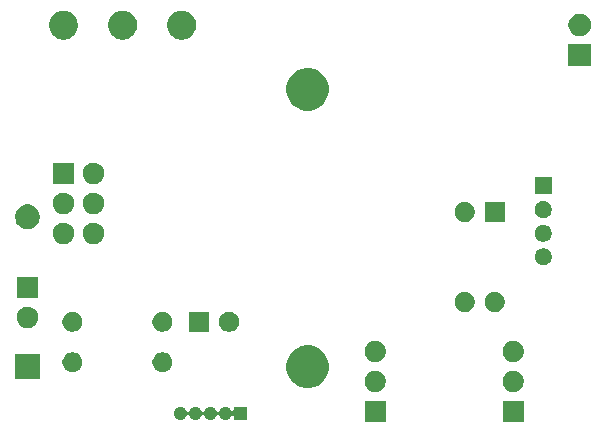
<source format=gbr>
G04 #@! TF.GenerationSoftware,KiCad,Pcbnew,5.1.5-1.fc31*
G04 #@! TF.CreationDate,2020-02-11T17:57:21+01:00*
G04 #@! TF.ProjectId,mimu3000,6d696d75-3330-4303-902e-6b696361645f,rev?*
G04 #@! TF.SameCoordinates,Original*
G04 #@! TF.FileFunction,Soldermask,Bot*
G04 #@! TF.FilePolarity,Negative*
%FSLAX46Y46*%
G04 Gerber Fmt 4.6, Leading zero omitted, Abs format (unit mm)*
G04 Created by KiCad (PCBNEW 5.1.5-1.fc31) date 2020-02-11 17:57:21*
%MOMM*%
%LPD*%
G04 APERTURE LIST*
%ADD10C,0.100000*%
G04 APERTURE END LIST*
D10*
G36*
X209666000Y-124699000D02*
G01*
X207864000Y-124699000D01*
X207864000Y-122897000D01*
X209666000Y-122897000D01*
X209666000Y-124699000D01*
G37*
G36*
X197982000Y-124699000D02*
G01*
X196180000Y-124699000D01*
X196180000Y-122897000D01*
X197982000Y-122897000D01*
X197982000Y-124699000D01*
G37*
G36*
X180754721Y-123422174D02*
G01*
X180854995Y-123463709D01*
X180854996Y-123463710D01*
X180945242Y-123524010D01*
X181021990Y-123600758D01*
X181021991Y-123600760D01*
X181082291Y-123691005D01*
X181113516Y-123766389D01*
X181125067Y-123788000D01*
X181140612Y-123806941D01*
X181159554Y-123822487D01*
X181181165Y-123834038D01*
X181204614Y-123841151D01*
X181229000Y-123843553D01*
X181253386Y-123841151D01*
X181276835Y-123834038D01*
X181298446Y-123822487D01*
X181317387Y-123806942D01*
X181332933Y-123788000D01*
X181344484Y-123766389D01*
X181375709Y-123691005D01*
X181436009Y-123600760D01*
X181436010Y-123600758D01*
X181512758Y-123524010D01*
X181603004Y-123463710D01*
X181603005Y-123463709D01*
X181703279Y-123422174D01*
X181809730Y-123401000D01*
X181918270Y-123401000D01*
X182024721Y-123422174D01*
X182124995Y-123463709D01*
X182124996Y-123463710D01*
X182215242Y-123524010D01*
X182291990Y-123600758D01*
X182291991Y-123600760D01*
X182352291Y-123691005D01*
X182383516Y-123766389D01*
X182395067Y-123788000D01*
X182410612Y-123806941D01*
X182429554Y-123822487D01*
X182451165Y-123834038D01*
X182474614Y-123841151D01*
X182499000Y-123843553D01*
X182523386Y-123841151D01*
X182546835Y-123834038D01*
X182568446Y-123822487D01*
X182587387Y-123806942D01*
X182602933Y-123788000D01*
X182614484Y-123766389D01*
X182645709Y-123691005D01*
X182706009Y-123600760D01*
X182706010Y-123600758D01*
X182782758Y-123524010D01*
X182873004Y-123463710D01*
X182873005Y-123463709D01*
X182973279Y-123422174D01*
X183079730Y-123401000D01*
X183188270Y-123401000D01*
X183294721Y-123422174D01*
X183394995Y-123463709D01*
X183394996Y-123463710D01*
X183485242Y-123524010D01*
X183561990Y-123600758D01*
X183561991Y-123600760D01*
X183622291Y-123691005D01*
X183653516Y-123766389D01*
X183665067Y-123788000D01*
X183680612Y-123806941D01*
X183699554Y-123822487D01*
X183721165Y-123834038D01*
X183744614Y-123841151D01*
X183769000Y-123843553D01*
X183793386Y-123841151D01*
X183816835Y-123834038D01*
X183838446Y-123822487D01*
X183857387Y-123806942D01*
X183872933Y-123788000D01*
X183884484Y-123766389D01*
X183915709Y-123691005D01*
X183976009Y-123600760D01*
X183976010Y-123600758D01*
X184052758Y-123524010D01*
X184143004Y-123463710D01*
X184143005Y-123463709D01*
X184243279Y-123422174D01*
X184349730Y-123401000D01*
X184458270Y-123401000D01*
X184564721Y-123422174D01*
X184664995Y-123463709D01*
X184664996Y-123463710D01*
X184755242Y-123524010D01*
X184831990Y-123600758D01*
X184831991Y-123600760D01*
X184894068Y-123693664D01*
X184909614Y-123712606D01*
X184928556Y-123728151D01*
X184950167Y-123739702D01*
X184973615Y-123746815D01*
X184998002Y-123749217D01*
X185022388Y-123746815D01*
X185045837Y-123739702D01*
X185067447Y-123728151D01*
X185086389Y-123712605D01*
X185101934Y-123693663D01*
X185113485Y-123672052D01*
X185120598Y-123648604D01*
X185123000Y-123624218D01*
X185123000Y-123401000D01*
X186225000Y-123401000D01*
X186225000Y-124503000D01*
X185123000Y-124503000D01*
X185123000Y-124279782D01*
X185120598Y-124255396D01*
X185113485Y-124231947D01*
X185101934Y-124210336D01*
X185086389Y-124191394D01*
X185067447Y-124175849D01*
X185045836Y-124164298D01*
X185022387Y-124157185D01*
X184998001Y-124154783D01*
X184973615Y-124157185D01*
X184950166Y-124164298D01*
X184928555Y-124175849D01*
X184909613Y-124191394D01*
X184894068Y-124210336D01*
X184852988Y-124271816D01*
X184831990Y-124303242D01*
X184755242Y-124379990D01*
X184709812Y-124410345D01*
X184664995Y-124440291D01*
X184564721Y-124481826D01*
X184458270Y-124503000D01*
X184349730Y-124503000D01*
X184243279Y-124481826D01*
X184143005Y-124440291D01*
X184098188Y-124410345D01*
X184052758Y-124379990D01*
X183976010Y-124303242D01*
X183944041Y-124255396D01*
X183915709Y-124212995D01*
X183884484Y-124137611D01*
X183872933Y-124116000D01*
X183857388Y-124097059D01*
X183838446Y-124081513D01*
X183816835Y-124069962D01*
X183793386Y-124062849D01*
X183769000Y-124060447D01*
X183744614Y-124062849D01*
X183721165Y-124069962D01*
X183699554Y-124081513D01*
X183680613Y-124097058D01*
X183665067Y-124116000D01*
X183653516Y-124137611D01*
X183622291Y-124212995D01*
X183593959Y-124255396D01*
X183561990Y-124303242D01*
X183485242Y-124379990D01*
X183439812Y-124410345D01*
X183394995Y-124440291D01*
X183294721Y-124481826D01*
X183188270Y-124503000D01*
X183079730Y-124503000D01*
X182973279Y-124481826D01*
X182873005Y-124440291D01*
X182828188Y-124410345D01*
X182782758Y-124379990D01*
X182706010Y-124303242D01*
X182674041Y-124255396D01*
X182645709Y-124212995D01*
X182614484Y-124137611D01*
X182602933Y-124116000D01*
X182587388Y-124097059D01*
X182568446Y-124081513D01*
X182546835Y-124069962D01*
X182523386Y-124062849D01*
X182499000Y-124060447D01*
X182474614Y-124062849D01*
X182451165Y-124069962D01*
X182429554Y-124081513D01*
X182410613Y-124097058D01*
X182395067Y-124116000D01*
X182383516Y-124137611D01*
X182352291Y-124212995D01*
X182323959Y-124255396D01*
X182291990Y-124303242D01*
X182215242Y-124379990D01*
X182169812Y-124410345D01*
X182124995Y-124440291D01*
X182024721Y-124481826D01*
X181918270Y-124503000D01*
X181809730Y-124503000D01*
X181703279Y-124481826D01*
X181603005Y-124440291D01*
X181558188Y-124410345D01*
X181512758Y-124379990D01*
X181436010Y-124303242D01*
X181404041Y-124255396D01*
X181375709Y-124212995D01*
X181344484Y-124137611D01*
X181332933Y-124116000D01*
X181317388Y-124097059D01*
X181298446Y-124081513D01*
X181276835Y-124069962D01*
X181253386Y-124062849D01*
X181229000Y-124060447D01*
X181204614Y-124062849D01*
X181181165Y-124069962D01*
X181159554Y-124081513D01*
X181140613Y-124097058D01*
X181125067Y-124116000D01*
X181113516Y-124137611D01*
X181082291Y-124212995D01*
X181053959Y-124255396D01*
X181021990Y-124303242D01*
X180945242Y-124379990D01*
X180899812Y-124410345D01*
X180854995Y-124440291D01*
X180754721Y-124481826D01*
X180648270Y-124503000D01*
X180539730Y-124503000D01*
X180433279Y-124481826D01*
X180333005Y-124440291D01*
X180288188Y-124410345D01*
X180242758Y-124379990D01*
X180166010Y-124303242D01*
X180134041Y-124255396D01*
X180105709Y-124212995D01*
X180064174Y-124112721D01*
X180043000Y-124006270D01*
X180043000Y-123897730D01*
X180064174Y-123791279D01*
X180105709Y-123691005D01*
X180166009Y-123600760D01*
X180166010Y-123600758D01*
X180242758Y-123524010D01*
X180333004Y-123463710D01*
X180333005Y-123463709D01*
X180433279Y-123422174D01*
X180539730Y-123401000D01*
X180648270Y-123401000D01*
X180754721Y-123422174D01*
G37*
G36*
X197194512Y-120361927D02*
G01*
X197343812Y-120391624D01*
X197507784Y-120459544D01*
X197655354Y-120558147D01*
X197780853Y-120683646D01*
X197879456Y-120831216D01*
X197947376Y-120995188D01*
X197982000Y-121169259D01*
X197982000Y-121346741D01*
X197947376Y-121520812D01*
X197879456Y-121684784D01*
X197780853Y-121832354D01*
X197655354Y-121957853D01*
X197507784Y-122056456D01*
X197343812Y-122124376D01*
X197194512Y-122154073D01*
X197169742Y-122159000D01*
X196992258Y-122159000D01*
X196967488Y-122154073D01*
X196818188Y-122124376D01*
X196654216Y-122056456D01*
X196506646Y-121957853D01*
X196381147Y-121832354D01*
X196282544Y-121684784D01*
X196214624Y-121520812D01*
X196180000Y-121346741D01*
X196180000Y-121169259D01*
X196214624Y-120995188D01*
X196282544Y-120831216D01*
X196381147Y-120683646D01*
X196506646Y-120558147D01*
X196654216Y-120459544D01*
X196818188Y-120391624D01*
X196967488Y-120361927D01*
X196992258Y-120357000D01*
X197169742Y-120357000D01*
X197194512Y-120361927D01*
G37*
G36*
X208878512Y-120361927D02*
G01*
X209027812Y-120391624D01*
X209191784Y-120459544D01*
X209339354Y-120558147D01*
X209464853Y-120683646D01*
X209563456Y-120831216D01*
X209631376Y-120995188D01*
X209666000Y-121169259D01*
X209666000Y-121346741D01*
X209631376Y-121520812D01*
X209563456Y-121684784D01*
X209464853Y-121832354D01*
X209339354Y-121957853D01*
X209191784Y-122056456D01*
X209027812Y-122124376D01*
X208878512Y-122154073D01*
X208853742Y-122159000D01*
X208676258Y-122159000D01*
X208651488Y-122154073D01*
X208502188Y-122124376D01*
X208338216Y-122056456D01*
X208190646Y-121957853D01*
X208065147Y-121832354D01*
X207966544Y-121684784D01*
X207898624Y-121520812D01*
X207864000Y-121346741D01*
X207864000Y-121169259D01*
X207898624Y-120995188D01*
X207966544Y-120831216D01*
X208065147Y-120683646D01*
X208190646Y-120558147D01*
X208338216Y-120459544D01*
X208502188Y-120391624D01*
X208651488Y-120361927D01*
X208676258Y-120357000D01*
X208853742Y-120357000D01*
X208878512Y-120361927D01*
G37*
G36*
X191888931Y-118283211D02*
G01*
X192216692Y-118418974D01*
X192511670Y-118616072D01*
X192762528Y-118866930D01*
X192959626Y-119161908D01*
X193095389Y-119489669D01*
X193164600Y-119837616D01*
X193164600Y-120192384D01*
X193095389Y-120540331D01*
X192959626Y-120868092D01*
X192762528Y-121163070D01*
X192511670Y-121413928D01*
X192216692Y-121611026D01*
X191888931Y-121746789D01*
X191540984Y-121816000D01*
X191186216Y-121816000D01*
X190838269Y-121746789D01*
X190510508Y-121611026D01*
X190215530Y-121413928D01*
X189964672Y-121163070D01*
X189767574Y-120868092D01*
X189631811Y-120540331D01*
X189562600Y-120192384D01*
X189562600Y-119837616D01*
X189631811Y-119489669D01*
X189767574Y-119161908D01*
X189964672Y-118866930D01*
X190215530Y-118616072D01*
X190510508Y-118418974D01*
X190838269Y-118283211D01*
X191186216Y-118214000D01*
X191540984Y-118214000D01*
X191888931Y-118283211D01*
G37*
G36*
X168691000Y-121066000D02*
G01*
X166589000Y-121066000D01*
X166589000Y-118964000D01*
X168691000Y-118964000D01*
X168691000Y-121066000D01*
G37*
G36*
X171698228Y-118815703D02*
G01*
X171853100Y-118879853D01*
X171992481Y-118972985D01*
X172111015Y-119091519D01*
X172204147Y-119230900D01*
X172268297Y-119385772D01*
X172301000Y-119550184D01*
X172301000Y-119717816D01*
X172268297Y-119882228D01*
X172204147Y-120037100D01*
X172111015Y-120176481D01*
X171992481Y-120295015D01*
X171853100Y-120388147D01*
X171698228Y-120452297D01*
X171533816Y-120485000D01*
X171366184Y-120485000D01*
X171201772Y-120452297D01*
X171046900Y-120388147D01*
X170907519Y-120295015D01*
X170788985Y-120176481D01*
X170695853Y-120037100D01*
X170631703Y-119882228D01*
X170599000Y-119717816D01*
X170599000Y-119550184D01*
X170631703Y-119385772D01*
X170695853Y-119230900D01*
X170788985Y-119091519D01*
X170907519Y-118972985D01*
X171046900Y-118879853D01*
X171201772Y-118815703D01*
X171366184Y-118783000D01*
X171533816Y-118783000D01*
X171698228Y-118815703D01*
G37*
G36*
X179318228Y-118815703D02*
G01*
X179473100Y-118879853D01*
X179612481Y-118972985D01*
X179731015Y-119091519D01*
X179824147Y-119230900D01*
X179888297Y-119385772D01*
X179921000Y-119550184D01*
X179921000Y-119717816D01*
X179888297Y-119882228D01*
X179824147Y-120037100D01*
X179731015Y-120176481D01*
X179612481Y-120295015D01*
X179473100Y-120388147D01*
X179318228Y-120452297D01*
X179153816Y-120485000D01*
X178986184Y-120485000D01*
X178821772Y-120452297D01*
X178666900Y-120388147D01*
X178527519Y-120295015D01*
X178408985Y-120176481D01*
X178315853Y-120037100D01*
X178251703Y-119882228D01*
X178219000Y-119717816D01*
X178219000Y-119550184D01*
X178251703Y-119385772D01*
X178315853Y-119230900D01*
X178408985Y-119091519D01*
X178527519Y-118972985D01*
X178666900Y-118879853D01*
X178821772Y-118815703D01*
X178986184Y-118783000D01*
X179153816Y-118783000D01*
X179318228Y-118815703D01*
G37*
G36*
X197194512Y-117821927D02*
G01*
X197343812Y-117851624D01*
X197507784Y-117919544D01*
X197655354Y-118018147D01*
X197780853Y-118143646D01*
X197879456Y-118291216D01*
X197947376Y-118455188D01*
X197977073Y-118604488D01*
X197982000Y-118629258D01*
X197982000Y-118806742D01*
X197980217Y-118815705D01*
X197947376Y-118980812D01*
X197879456Y-119144784D01*
X197780853Y-119292354D01*
X197655354Y-119417853D01*
X197507784Y-119516456D01*
X197343812Y-119584376D01*
X197194512Y-119614073D01*
X197169742Y-119619000D01*
X196992258Y-119619000D01*
X196967488Y-119614073D01*
X196818188Y-119584376D01*
X196654216Y-119516456D01*
X196506646Y-119417853D01*
X196381147Y-119292354D01*
X196282544Y-119144784D01*
X196214624Y-118980812D01*
X196181783Y-118815705D01*
X196180000Y-118806742D01*
X196180000Y-118629258D01*
X196184927Y-118604488D01*
X196214624Y-118455188D01*
X196282544Y-118291216D01*
X196381147Y-118143646D01*
X196506646Y-118018147D01*
X196654216Y-117919544D01*
X196818188Y-117851624D01*
X196967488Y-117821927D01*
X196992258Y-117817000D01*
X197169742Y-117817000D01*
X197194512Y-117821927D01*
G37*
G36*
X208878512Y-117821927D02*
G01*
X209027812Y-117851624D01*
X209191784Y-117919544D01*
X209339354Y-118018147D01*
X209464853Y-118143646D01*
X209563456Y-118291216D01*
X209631376Y-118455188D01*
X209661073Y-118604488D01*
X209666000Y-118629258D01*
X209666000Y-118806742D01*
X209664217Y-118815705D01*
X209631376Y-118980812D01*
X209563456Y-119144784D01*
X209464853Y-119292354D01*
X209339354Y-119417853D01*
X209191784Y-119516456D01*
X209027812Y-119584376D01*
X208878512Y-119614073D01*
X208853742Y-119619000D01*
X208676258Y-119619000D01*
X208651488Y-119614073D01*
X208502188Y-119584376D01*
X208338216Y-119516456D01*
X208190646Y-119417853D01*
X208065147Y-119292354D01*
X207966544Y-119144784D01*
X207898624Y-118980812D01*
X207865783Y-118815705D01*
X207864000Y-118806742D01*
X207864000Y-118629258D01*
X207868927Y-118604488D01*
X207898624Y-118455188D01*
X207966544Y-118291216D01*
X208065147Y-118143646D01*
X208190646Y-118018147D01*
X208338216Y-117919544D01*
X208502188Y-117851624D01*
X208651488Y-117821927D01*
X208676258Y-117817000D01*
X208853742Y-117817000D01*
X208878512Y-117821927D01*
G37*
G36*
X179318228Y-115386703D02*
G01*
X179473100Y-115450853D01*
X179612481Y-115543985D01*
X179731015Y-115662519D01*
X179824147Y-115801900D01*
X179888297Y-115956772D01*
X179921000Y-116121184D01*
X179921000Y-116288816D01*
X179888297Y-116453228D01*
X179824147Y-116608100D01*
X179731015Y-116747481D01*
X179612481Y-116866015D01*
X179473100Y-116959147D01*
X179318228Y-117023297D01*
X179153816Y-117056000D01*
X178986184Y-117056000D01*
X178821772Y-117023297D01*
X178666900Y-116959147D01*
X178527519Y-116866015D01*
X178408985Y-116747481D01*
X178315853Y-116608100D01*
X178251703Y-116453228D01*
X178219000Y-116288816D01*
X178219000Y-116121184D01*
X178251703Y-115956772D01*
X178315853Y-115801900D01*
X178408985Y-115662519D01*
X178527519Y-115543985D01*
X178666900Y-115450853D01*
X178821772Y-115386703D01*
X178986184Y-115354000D01*
X179153816Y-115354000D01*
X179318228Y-115386703D01*
G37*
G36*
X171698228Y-115386703D02*
G01*
X171853100Y-115450853D01*
X171992481Y-115543985D01*
X172111015Y-115662519D01*
X172204147Y-115801900D01*
X172268297Y-115956772D01*
X172301000Y-116121184D01*
X172301000Y-116288816D01*
X172268297Y-116453228D01*
X172204147Y-116608100D01*
X172111015Y-116747481D01*
X171992481Y-116866015D01*
X171853100Y-116959147D01*
X171698228Y-117023297D01*
X171533816Y-117056000D01*
X171366184Y-117056000D01*
X171201772Y-117023297D01*
X171046900Y-116959147D01*
X170907519Y-116866015D01*
X170788985Y-116747481D01*
X170695853Y-116608100D01*
X170631703Y-116453228D01*
X170599000Y-116288816D01*
X170599000Y-116121184D01*
X170631703Y-115956772D01*
X170695853Y-115801900D01*
X170788985Y-115662519D01*
X170907519Y-115543985D01*
X171046900Y-115450853D01*
X171201772Y-115386703D01*
X171366184Y-115354000D01*
X171533816Y-115354000D01*
X171698228Y-115386703D01*
G37*
G36*
X184948228Y-115381703D02*
G01*
X185103100Y-115445853D01*
X185242481Y-115538985D01*
X185361015Y-115657519D01*
X185454147Y-115796900D01*
X185518297Y-115951772D01*
X185551000Y-116116184D01*
X185551000Y-116283816D01*
X185518297Y-116448228D01*
X185454147Y-116603100D01*
X185361015Y-116742481D01*
X185242481Y-116861015D01*
X185103100Y-116954147D01*
X184948228Y-117018297D01*
X184783816Y-117051000D01*
X184616184Y-117051000D01*
X184451772Y-117018297D01*
X184296900Y-116954147D01*
X184157519Y-116861015D01*
X184038985Y-116742481D01*
X183945853Y-116603100D01*
X183881703Y-116448228D01*
X183849000Y-116283816D01*
X183849000Y-116116184D01*
X183881703Y-115951772D01*
X183945853Y-115796900D01*
X184038985Y-115657519D01*
X184157519Y-115538985D01*
X184296900Y-115445853D01*
X184451772Y-115381703D01*
X184616184Y-115349000D01*
X184783816Y-115349000D01*
X184948228Y-115381703D01*
G37*
G36*
X183051000Y-117051000D02*
G01*
X181349000Y-117051000D01*
X181349000Y-115349000D01*
X183051000Y-115349000D01*
X183051000Y-117051000D01*
G37*
G36*
X167753512Y-114927927D02*
G01*
X167902812Y-114957624D01*
X168066784Y-115025544D01*
X168214354Y-115124147D01*
X168339853Y-115249646D01*
X168438456Y-115397216D01*
X168506376Y-115561188D01*
X168541000Y-115735259D01*
X168541000Y-115912741D01*
X168506376Y-116086812D01*
X168438456Y-116250784D01*
X168339853Y-116398354D01*
X168214354Y-116523853D01*
X168066784Y-116622456D01*
X167902812Y-116690376D01*
X167753512Y-116720073D01*
X167728742Y-116725000D01*
X167551258Y-116725000D01*
X167526488Y-116720073D01*
X167377188Y-116690376D01*
X167213216Y-116622456D01*
X167065646Y-116523853D01*
X166940147Y-116398354D01*
X166841544Y-116250784D01*
X166773624Y-116086812D01*
X166739000Y-115912741D01*
X166739000Y-115735259D01*
X166773624Y-115561188D01*
X166841544Y-115397216D01*
X166940147Y-115249646D01*
X167065646Y-115124147D01*
X167213216Y-115025544D01*
X167377188Y-114957624D01*
X167526488Y-114927927D01*
X167551258Y-114923000D01*
X167728742Y-114923000D01*
X167753512Y-114927927D01*
G37*
G36*
X204908228Y-113701703D02*
G01*
X205063100Y-113765853D01*
X205202481Y-113858985D01*
X205321015Y-113977519D01*
X205414147Y-114116900D01*
X205478297Y-114271772D01*
X205511000Y-114436184D01*
X205511000Y-114603816D01*
X205478297Y-114768228D01*
X205414147Y-114923100D01*
X205321015Y-115062481D01*
X205202481Y-115181015D01*
X205063100Y-115274147D01*
X204908228Y-115338297D01*
X204743816Y-115371000D01*
X204576184Y-115371000D01*
X204411772Y-115338297D01*
X204256900Y-115274147D01*
X204117519Y-115181015D01*
X203998985Y-115062481D01*
X203905853Y-114923100D01*
X203841703Y-114768228D01*
X203809000Y-114603816D01*
X203809000Y-114436184D01*
X203841703Y-114271772D01*
X203905853Y-114116900D01*
X203998985Y-113977519D01*
X204117519Y-113858985D01*
X204256900Y-113765853D01*
X204411772Y-113701703D01*
X204576184Y-113669000D01*
X204743816Y-113669000D01*
X204908228Y-113701703D01*
G37*
G36*
X207448228Y-113701703D02*
G01*
X207603100Y-113765853D01*
X207742481Y-113858985D01*
X207861015Y-113977519D01*
X207954147Y-114116900D01*
X208018297Y-114271772D01*
X208051000Y-114436184D01*
X208051000Y-114603816D01*
X208018297Y-114768228D01*
X207954147Y-114923100D01*
X207861015Y-115062481D01*
X207742481Y-115181015D01*
X207603100Y-115274147D01*
X207448228Y-115338297D01*
X207283816Y-115371000D01*
X207116184Y-115371000D01*
X206951772Y-115338297D01*
X206796900Y-115274147D01*
X206657519Y-115181015D01*
X206538985Y-115062481D01*
X206445853Y-114923100D01*
X206381703Y-114768228D01*
X206349000Y-114603816D01*
X206349000Y-114436184D01*
X206381703Y-114271772D01*
X206445853Y-114116900D01*
X206538985Y-113977519D01*
X206657519Y-113858985D01*
X206796900Y-113765853D01*
X206951772Y-113701703D01*
X207116184Y-113669000D01*
X207283816Y-113669000D01*
X207448228Y-113701703D01*
G37*
G36*
X168541000Y-114185000D02*
G01*
X166739000Y-114185000D01*
X166739000Y-112383000D01*
X168541000Y-112383000D01*
X168541000Y-114185000D01*
G37*
G36*
X211511766Y-110001899D02*
G01*
X211643888Y-110056626D01*
X211643890Y-110056627D01*
X211762798Y-110136079D01*
X211863921Y-110237202D01*
X211863922Y-110237204D01*
X211943374Y-110356112D01*
X211998101Y-110488234D01*
X212026000Y-110628494D01*
X212026000Y-110771506D01*
X211998101Y-110911766D01*
X211943374Y-111043888D01*
X211943373Y-111043890D01*
X211863921Y-111162798D01*
X211762798Y-111263921D01*
X211643890Y-111343373D01*
X211643889Y-111343374D01*
X211643888Y-111343374D01*
X211511766Y-111398101D01*
X211371506Y-111426000D01*
X211228494Y-111426000D01*
X211088234Y-111398101D01*
X210956112Y-111343374D01*
X210956111Y-111343374D01*
X210956110Y-111343373D01*
X210837202Y-111263921D01*
X210736079Y-111162798D01*
X210656627Y-111043890D01*
X210656626Y-111043888D01*
X210601899Y-110911766D01*
X210574000Y-110771506D01*
X210574000Y-110628494D01*
X210601899Y-110488234D01*
X210656626Y-110356112D01*
X210736078Y-110237204D01*
X210736079Y-110237202D01*
X210837202Y-110136079D01*
X210956110Y-110056627D01*
X210956112Y-110056626D01*
X211088234Y-110001899D01*
X211228494Y-109974000D01*
X211371506Y-109974000D01*
X211511766Y-110001899D01*
G37*
G36*
X173341512Y-107815927D02*
G01*
X173490812Y-107845624D01*
X173654784Y-107913544D01*
X173802354Y-108012147D01*
X173927853Y-108137646D01*
X174026456Y-108285216D01*
X174094376Y-108449188D01*
X174129000Y-108623259D01*
X174129000Y-108800741D01*
X174094376Y-108974812D01*
X174026456Y-109138784D01*
X173927853Y-109286354D01*
X173802354Y-109411853D01*
X173654784Y-109510456D01*
X173490812Y-109578376D01*
X173341512Y-109608073D01*
X173316742Y-109613000D01*
X173139258Y-109613000D01*
X173114488Y-109608073D01*
X172965188Y-109578376D01*
X172801216Y-109510456D01*
X172653646Y-109411853D01*
X172528147Y-109286354D01*
X172429544Y-109138784D01*
X172361624Y-108974812D01*
X172327000Y-108800741D01*
X172327000Y-108623259D01*
X172361624Y-108449188D01*
X172429544Y-108285216D01*
X172528147Y-108137646D01*
X172653646Y-108012147D01*
X172801216Y-107913544D01*
X172965188Y-107845624D01*
X173114488Y-107815927D01*
X173139258Y-107811000D01*
X173316742Y-107811000D01*
X173341512Y-107815927D01*
G37*
G36*
X170801512Y-107815927D02*
G01*
X170950812Y-107845624D01*
X171114784Y-107913544D01*
X171262354Y-108012147D01*
X171387853Y-108137646D01*
X171486456Y-108285216D01*
X171554376Y-108449188D01*
X171589000Y-108623259D01*
X171589000Y-108800741D01*
X171554376Y-108974812D01*
X171486456Y-109138784D01*
X171387853Y-109286354D01*
X171262354Y-109411853D01*
X171114784Y-109510456D01*
X170950812Y-109578376D01*
X170801512Y-109608073D01*
X170776742Y-109613000D01*
X170599258Y-109613000D01*
X170574488Y-109608073D01*
X170425188Y-109578376D01*
X170261216Y-109510456D01*
X170113646Y-109411853D01*
X169988147Y-109286354D01*
X169889544Y-109138784D01*
X169821624Y-108974812D01*
X169787000Y-108800741D01*
X169787000Y-108623259D01*
X169821624Y-108449188D01*
X169889544Y-108285216D01*
X169988147Y-108137646D01*
X170113646Y-108012147D01*
X170261216Y-107913544D01*
X170425188Y-107845624D01*
X170574488Y-107815927D01*
X170599258Y-107811000D01*
X170776742Y-107811000D01*
X170801512Y-107815927D01*
G37*
G36*
X211511766Y-108001899D02*
G01*
X211643888Y-108056626D01*
X211643890Y-108056627D01*
X211762798Y-108136079D01*
X211863921Y-108237202D01*
X211863922Y-108237204D01*
X211943374Y-108356112D01*
X211998101Y-108488234D01*
X212026000Y-108628494D01*
X212026000Y-108771506D01*
X211998101Y-108911766D01*
X211971986Y-108974812D01*
X211943373Y-109043890D01*
X211863921Y-109162798D01*
X211762798Y-109263921D01*
X211643890Y-109343373D01*
X211643889Y-109343374D01*
X211643888Y-109343374D01*
X211511766Y-109398101D01*
X211371506Y-109426000D01*
X211228494Y-109426000D01*
X211088234Y-109398101D01*
X210956112Y-109343374D01*
X210956111Y-109343374D01*
X210956110Y-109343373D01*
X210837202Y-109263921D01*
X210736079Y-109162798D01*
X210656627Y-109043890D01*
X210628014Y-108974812D01*
X210601899Y-108911766D01*
X210574000Y-108771506D01*
X210574000Y-108628494D01*
X210601899Y-108488234D01*
X210656626Y-108356112D01*
X210736078Y-108237204D01*
X210736079Y-108237202D01*
X210837202Y-108136079D01*
X210956110Y-108056627D01*
X210956112Y-108056626D01*
X211088234Y-108001899D01*
X211228494Y-107974000D01*
X211371506Y-107974000D01*
X211511766Y-108001899D01*
G37*
G36*
X167946564Y-106304389D02*
G01*
X168137833Y-106383615D01*
X168137835Y-106383616D01*
X168309973Y-106498635D01*
X168456365Y-106645027D01*
X168570729Y-106816184D01*
X168571385Y-106817167D01*
X168650611Y-107008436D01*
X168691000Y-107211484D01*
X168691000Y-107418516D01*
X168650611Y-107621564D01*
X168610543Y-107718297D01*
X168571384Y-107812835D01*
X168456365Y-107984973D01*
X168309973Y-108131365D01*
X168137835Y-108246384D01*
X168137834Y-108246385D01*
X168137833Y-108246385D01*
X167946564Y-108325611D01*
X167743516Y-108366000D01*
X167536484Y-108366000D01*
X167333436Y-108325611D01*
X167142167Y-108246385D01*
X167142166Y-108246385D01*
X167142165Y-108246384D01*
X166970027Y-108131365D01*
X166823635Y-107984973D01*
X166708616Y-107812835D01*
X166669457Y-107718297D01*
X166629389Y-107621564D01*
X166589000Y-107418516D01*
X166589000Y-107211484D01*
X166629389Y-107008436D01*
X166708615Y-106817167D01*
X166709272Y-106816184D01*
X166823635Y-106645027D01*
X166970027Y-106498635D01*
X167142165Y-106383616D01*
X167142167Y-106383615D01*
X167333436Y-106304389D01*
X167536484Y-106264000D01*
X167743516Y-106264000D01*
X167946564Y-106304389D01*
G37*
G36*
X208051000Y-107751000D02*
G01*
X206349000Y-107751000D01*
X206349000Y-106049000D01*
X208051000Y-106049000D01*
X208051000Y-107751000D01*
G37*
G36*
X204908228Y-106081703D02*
G01*
X205063100Y-106145853D01*
X205202481Y-106238985D01*
X205321015Y-106357519D01*
X205414147Y-106496900D01*
X205478297Y-106651772D01*
X205511000Y-106816184D01*
X205511000Y-106983816D01*
X205478297Y-107148228D01*
X205414147Y-107303100D01*
X205321015Y-107442481D01*
X205202481Y-107561015D01*
X205063100Y-107654147D01*
X204908228Y-107718297D01*
X204743816Y-107751000D01*
X204576184Y-107751000D01*
X204411772Y-107718297D01*
X204256900Y-107654147D01*
X204117519Y-107561015D01*
X203998985Y-107442481D01*
X203905853Y-107303100D01*
X203841703Y-107148228D01*
X203809000Y-106983816D01*
X203809000Y-106816184D01*
X203841703Y-106651772D01*
X203905853Y-106496900D01*
X203998985Y-106357519D01*
X204117519Y-106238985D01*
X204256900Y-106145853D01*
X204411772Y-106081703D01*
X204576184Y-106049000D01*
X204743816Y-106049000D01*
X204908228Y-106081703D01*
G37*
G36*
X211511766Y-106001899D02*
G01*
X211625477Y-106049000D01*
X211643890Y-106056627D01*
X211762798Y-106136079D01*
X211863921Y-106237202D01*
X211943373Y-106356110D01*
X211943374Y-106356112D01*
X211998101Y-106488234D01*
X212026000Y-106628494D01*
X212026000Y-106771506D01*
X211998101Y-106911766D01*
X211945657Y-107038376D01*
X211943373Y-107043890D01*
X211863921Y-107162798D01*
X211762798Y-107263921D01*
X211643890Y-107343373D01*
X211643889Y-107343374D01*
X211643888Y-107343374D01*
X211511766Y-107398101D01*
X211371506Y-107426000D01*
X211228494Y-107426000D01*
X211088234Y-107398101D01*
X210956112Y-107343374D01*
X210956111Y-107343374D01*
X210956110Y-107343373D01*
X210837202Y-107263921D01*
X210736079Y-107162798D01*
X210656627Y-107043890D01*
X210654343Y-107038376D01*
X210601899Y-106911766D01*
X210574000Y-106771506D01*
X210574000Y-106628494D01*
X210601899Y-106488234D01*
X210656626Y-106356112D01*
X210656627Y-106356110D01*
X210736079Y-106237202D01*
X210837202Y-106136079D01*
X210956110Y-106056627D01*
X210974523Y-106049000D01*
X211088234Y-106001899D01*
X211228494Y-105974000D01*
X211371506Y-105974000D01*
X211511766Y-106001899D01*
G37*
G36*
X173341512Y-105275927D02*
G01*
X173490812Y-105305624D01*
X173654784Y-105373544D01*
X173802354Y-105472147D01*
X173927853Y-105597646D01*
X174026456Y-105745216D01*
X174094376Y-105909188D01*
X174129000Y-106083259D01*
X174129000Y-106260741D01*
X174094376Y-106434812D01*
X174026456Y-106598784D01*
X173927853Y-106746354D01*
X173802354Y-106871853D01*
X173654784Y-106970456D01*
X173490812Y-107038376D01*
X173341512Y-107068073D01*
X173316742Y-107073000D01*
X173139258Y-107073000D01*
X173114488Y-107068073D01*
X172965188Y-107038376D01*
X172801216Y-106970456D01*
X172653646Y-106871853D01*
X172528147Y-106746354D01*
X172429544Y-106598784D01*
X172361624Y-106434812D01*
X172327000Y-106260741D01*
X172327000Y-106083259D01*
X172361624Y-105909188D01*
X172429544Y-105745216D01*
X172528147Y-105597646D01*
X172653646Y-105472147D01*
X172801216Y-105373544D01*
X172965188Y-105305624D01*
X173114488Y-105275927D01*
X173139258Y-105271000D01*
X173316742Y-105271000D01*
X173341512Y-105275927D01*
G37*
G36*
X170801512Y-105275927D02*
G01*
X170950812Y-105305624D01*
X171114784Y-105373544D01*
X171262354Y-105472147D01*
X171387853Y-105597646D01*
X171486456Y-105745216D01*
X171554376Y-105909188D01*
X171589000Y-106083259D01*
X171589000Y-106260741D01*
X171554376Y-106434812D01*
X171486456Y-106598784D01*
X171387853Y-106746354D01*
X171262354Y-106871853D01*
X171114784Y-106970456D01*
X170950812Y-107038376D01*
X170801512Y-107068073D01*
X170776742Y-107073000D01*
X170599258Y-107073000D01*
X170574488Y-107068073D01*
X170425188Y-107038376D01*
X170261216Y-106970456D01*
X170113646Y-106871853D01*
X169988147Y-106746354D01*
X169889544Y-106598784D01*
X169821624Y-106434812D01*
X169787000Y-106260741D01*
X169787000Y-106083259D01*
X169821624Y-105909188D01*
X169889544Y-105745216D01*
X169988147Y-105597646D01*
X170113646Y-105472147D01*
X170261216Y-105373544D01*
X170425188Y-105305624D01*
X170574488Y-105275927D01*
X170599258Y-105271000D01*
X170776742Y-105271000D01*
X170801512Y-105275927D01*
G37*
G36*
X212026000Y-105426000D02*
G01*
X210574000Y-105426000D01*
X210574000Y-103974000D01*
X212026000Y-103974000D01*
X212026000Y-105426000D01*
G37*
G36*
X173341512Y-102735927D02*
G01*
X173490812Y-102765624D01*
X173654784Y-102833544D01*
X173802354Y-102932147D01*
X173927853Y-103057646D01*
X174026456Y-103205216D01*
X174094376Y-103369188D01*
X174129000Y-103543259D01*
X174129000Y-103720741D01*
X174094376Y-103894812D01*
X174026456Y-104058784D01*
X173927853Y-104206354D01*
X173802354Y-104331853D01*
X173654784Y-104430456D01*
X173490812Y-104498376D01*
X173341512Y-104528073D01*
X173316742Y-104533000D01*
X173139258Y-104533000D01*
X173114488Y-104528073D01*
X172965188Y-104498376D01*
X172801216Y-104430456D01*
X172653646Y-104331853D01*
X172528147Y-104206354D01*
X172429544Y-104058784D01*
X172361624Y-103894812D01*
X172327000Y-103720741D01*
X172327000Y-103543259D01*
X172361624Y-103369188D01*
X172429544Y-103205216D01*
X172528147Y-103057646D01*
X172653646Y-102932147D01*
X172801216Y-102833544D01*
X172965188Y-102765624D01*
X173114488Y-102735927D01*
X173139258Y-102731000D01*
X173316742Y-102731000D01*
X173341512Y-102735927D01*
G37*
G36*
X171589000Y-104533000D02*
G01*
X169787000Y-104533000D01*
X169787000Y-102731000D01*
X171589000Y-102731000D01*
X171589000Y-104533000D01*
G37*
G36*
X191888931Y-94788211D02*
G01*
X192216692Y-94923974D01*
X192511670Y-95121072D01*
X192762528Y-95371930D01*
X192959626Y-95666908D01*
X193095389Y-95994669D01*
X193164600Y-96342616D01*
X193164600Y-96697384D01*
X193095389Y-97045331D01*
X192959626Y-97373092D01*
X192762528Y-97668070D01*
X192511670Y-97918928D01*
X192216692Y-98116026D01*
X191888931Y-98251789D01*
X191540984Y-98321000D01*
X191186216Y-98321000D01*
X190838269Y-98251789D01*
X190510508Y-98116026D01*
X190215530Y-97918928D01*
X189964672Y-97668070D01*
X189767574Y-97373092D01*
X189631811Y-97045331D01*
X189562600Y-96697384D01*
X189562600Y-96342616D01*
X189631811Y-95994669D01*
X189767574Y-95666908D01*
X189964672Y-95371930D01*
X190215530Y-95121072D01*
X190510508Y-94923974D01*
X190838269Y-94788211D01*
X191186216Y-94719000D01*
X191540984Y-94719000D01*
X191888931Y-94788211D01*
G37*
G36*
X215351000Y-94551000D02*
G01*
X213449000Y-94551000D01*
X213449000Y-92649000D01*
X215351000Y-92649000D01*
X215351000Y-94551000D01*
G37*
G36*
X181056153Y-89925922D02*
G01*
X181148194Y-89964047D01*
X181278359Y-90017963D01*
X181478342Y-90151587D01*
X181648413Y-90321658D01*
X181782037Y-90521641D01*
X181818443Y-90609533D01*
X181874078Y-90743847D01*
X181921000Y-90979742D01*
X181921000Y-91220258D01*
X181874078Y-91456153D01*
X181851580Y-91510467D01*
X181782037Y-91678359D01*
X181648413Y-91878342D01*
X181478342Y-92048413D01*
X181278359Y-92182037D01*
X181148194Y-92235953D01*
X181056153Y-92274078D01*
X180938205Y-92297539D01*
X180820259Y-92321000D01*
X180579741Y-92321000D01*
X180461795Y-92297539D01*
X180343847Y-92274078D01*
X180251806Y-92235953D01*
X180121641Y-92182037D01*
X179921658Y-92048413D01*
X179751587Y-91878342D01*
X179617963Y-91678359D01*
X179548420Y-91510467D01*
X179525922Y-91456153D01*
X179479000Y-91220258D01*
X179479000Y-90979742D01*
X179525922Y-90743847D01*
X179581557Y-90609533D01*
X179617963Y-90521641D01*
X179751587Y-90321658D01*
X179921658Y-90151587D01*
X180121641Y-90017963D01*
X180251806Y-89964047D01*
X180343847Y-89925922D01*
X180579741Y-89879000D01*
X180820259Y-89879000D01*
X181056153Y-89925922D01*
G37*
G36*
X176056153Y-89925922D02*
G01*
X176148194Y-89964047D01*
X176278359Y-90017963D01*
X176478342Y-90151587D01*
X176648413Y-90321658D01*
X176782037Y-90521641D01*
X176818443Y-90609533D01*
X176874078Y-90743847D01*
X176921000Y-90979742D01*
X176921000Y-91220258D01*
X176874078Y-91456153D01*
X176851580Y-91510467D01*
X176782037Y-91678359D01*
X176648413Y-91878342D01*
X176478342Y-92048413D01*
X176278359Y-92182037D01*
X176148194Y-92235953D01*
X176056153Y-92274078D01*
X175938205Y-92297539D01*
X175820259Y-92321000D01*
X175579741Y-92321000D01*
X175461795Y-92297539D01*
X175343847Y-92274078D01*
X175251806Y-92235953D01*
X175121641Y-92182037D01*
X174921658Y-92048413D01*
X174751587Y-91878342D01*
X174617963Y-91678359D01*
X174548420Y-91510467D01*
X174525922Y-91456153D01*
X174479000Y-91220258D01*
X174479000Y-90979742D01*
X174525922Y-90743847D01*
X174581557Y-90609533D01*
X174617963Y-90521641D01*
X174751587Y-90321658D01*
X174921658Y-90151587D01*
X175121641Y-90017963D01*
X175251806Y-89964047D01*
X175343847Y-89925922D01*
X175579741Y-89879000D01*
X175820259Y-89879000D01*
X176056153Y-89925922D01*
G37*
G36*
X171056153Y-89925922D02*
G01*
X171148194Y-89964047D01*
X171278359Y-90017963D01*
X171478342Y-90151587D01*
X171648413Y-90321658D01*
X171782037Y-90521641D01*
X171818443Y-90609533D01*
X171874078Y-90743847D01*
X171921000Y-90979742D01*
X171921000Y-91220258D01*
X171874078Y-91456153D01*
X171851580Y-91510467D01*
X171782037Y-91678359D01*
X171648413Y-91878342D01*
X171478342Y-92048413D01*
X171278359Y-92182037D01*
X171148194Y-92235953D01*
X171056153Y-92274078D01*
X170938205Y-92297539D01*
X170820259Y-92321000D01*
X170579741Y-92321000D01*
X170461795Y-92297539D01*
X170343847Y-92274078D01*
X170251806Y-92235953D01*
X170121641Y-92182037D01*
X169921658Y-92048413D01*
X169751587Y-91878342D01*
X169617963Y-91678359D01*
X169548420Y-91510467D01*
X169525922Y-91456153D01*
X169479000Y-91220258D01*
X169479000Y-90979742D01*
X169525922Y-90743847D01*
X169581557Y-90609533D01*
X169617963Y-90521641D01*
X169751587Y-90321658D01*
X169921658Y-90151587D01*
X170121641Y-90017963D01*
X170251806Y-89964047D01*
X170343847Y-89925922D01*
X170579741Y-89879000D01*
X170820259Y-89879000D01*
X171056153Y-89925922D01*
G37*
G36*
X214677395Y-90145546D02*
G01*
X214850466Y-90217234D01*
X214850467Y-90217235D01*
X215006227Y-90321310D01*
X215138690Y-90453773D01*
X215138691Y-90453775D01*
X215242766Y-90609534D01*
X215314454Y-90782605D01*
X215351000Y-90966333D01*
X215351000Y-91153667D01*
X215314454Y-91337395D01*
X215242766Y-91510466D01*
X215242765Y-91510467D01*
X215138690Y-91666227D01*
X215006227Y-91798690D01*
X214927818Y-91851081D01*
X214850466Y-91902766D01*
X214677395Y-91974454D01*
X214493667Y-92011000D01*
X214306333Y-92011000D01*
X214122605Y-91974454D01*
X213949534Y-91902766D01*
X213872182Y-91851081D01*
X213793773Y-91798690D01*
X213661310Y-91666227D01*
X213557235Y-91510467D01*
X213557234Y-91510466D01*
X213485546Y-91337395D01*
X213449000Y-91153667D01*
X213449000Y-90966333D01*
X213485546Y-90782605D01*
X213557234Y-90609534D01*
X213661309Y-90453775D01*
X213661310Y-90453773D01*
X213793773Y-90321310D01*
X213949533Y-90217235D01*
X213949534Y-90217234D01*
X214122605Y-90145546D01*
X214306333Y-90109000D01*
X214493667Y-90109000D01*
X214677395Y-90145546D01*
G37*
M02*

</source>
